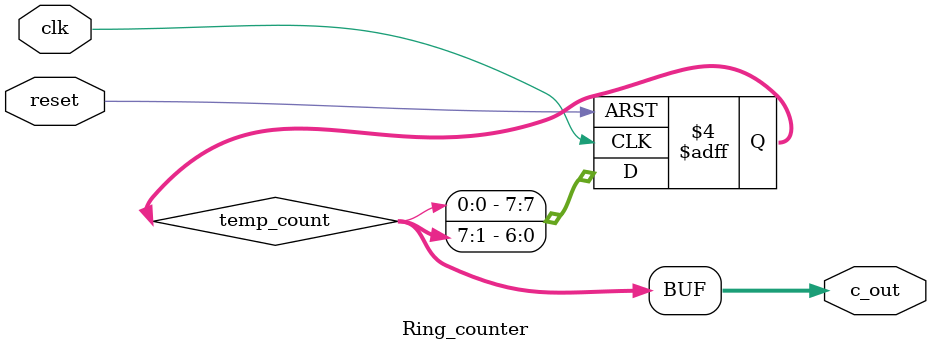
<source format=v>
`timescale 1ns / 1ps


module Ring_counter(clk, reset, c_out);
input clk;
input reset;
output [7:0] c_out;

reg [7:0] temp_count;
reg temp_shift_store;

always@(posedge clk or posedge reset)
begin
    if ( reset == 1)
    begin
        temp_count = 4'b00000001;
    end
    
    else
    begin
        temp_shift_store = temp_count[0];
        temp_count = temp_count >> 1;
        temp_count[7] = temp_shift_store;
    end
end
    
    assign c_out = temp_count;
    
endmodule

</source>
